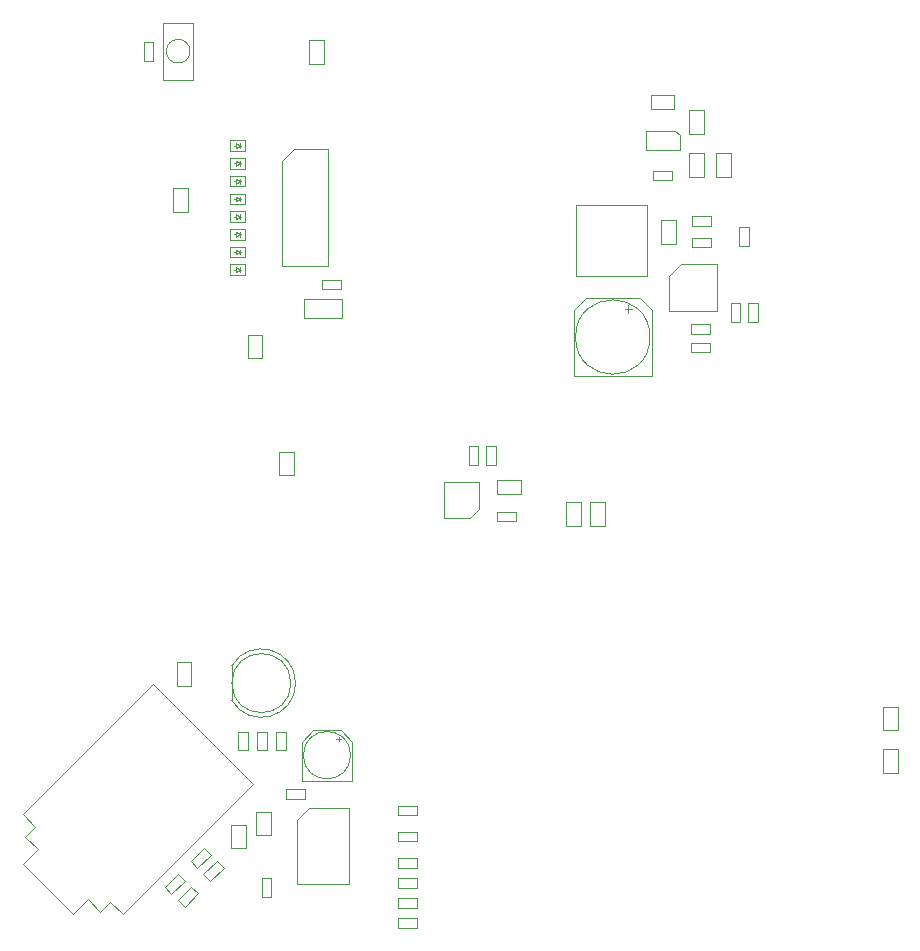
<source format=gbr>
%TF.GenerationSoftware,KiCad,Pcbnew,8.0.9*%
%TF.CreationDate,2025-12-22T17:05:26+01:00*%
%TF.ProjectId,MiniChord,4d696e69-4368-46f7-9264-2e6b69636164,rev?*%
%TF.SameCoordinates,Original*%
%TF.FileFunction,AssemblyDrawing,Top*%
%FSLAX46Y46*%
G04 Gerber Fmt 4.6, Leading zero omitted, Abs format (unit mm)*
G04 Created by KiCad (PCBNEW 8.0.9) date 2025-12-22 17:05:26*
%MOMM*%
%LPD*%
G01*
G04 APERTURE LIST*
%ADD10C,0.100000*%
G04 APERTURE END LIST*
D10*
%TO.C,U4*%
X121300000Y-82275000D02*
X122275000Y-81300000D01*
X121300000Y-91200000D02*
X121300000Y-82275000D01*
X122275000Y-81300000D02*
X125200000Y-81300000D01*
X125200000Y-81300000D02*
X125200000Y-91200000D01*
X125200000Y-91200000D02*
X121300000Y-91200000D01*
%TO.C,C7*%
X124700000Y-92350000D02*
X126300000Y-92350000D01*
X124700000Y-93150000D02*
X124700000Y-92350000D01*
X126300000Y-92350000D02*
X126300000Y-93150000D01*
X126300000Y-93150000D02*
X124700000Y-93150000D01*
%TO.C,D5*%
X116850000Y-88050000D02*
X118150000Y-88050000D01*
X116850000Y-88950000D02*
X116850000Y-88050000D01*
X117400000Y-88300000D02*
X117400000Y-88700000D01*
X117400000Y-88500000D02*
X117250000Y-88500000D01*
X117400000Y-88700000D02*
X117700000Y-88500000D01*
X117700000Y-88300000D02*
X117700000Y-88700000D01*
X117700000Y-88500000D02*
X117400000Y-88300000D01*
X117700000Y-88500000D02*
X117850000Y-88500000D01*
X118150000Y-88050000D02*
X118150000Y-88950000D01*
X118150000Y-88950000D02*
X116850000Y-88950000D01*
%TO.C,R2*%
X159287500Y-94300000D02*
X160112500Y-94300000D01*
X159287500Y-95900000D02*
X159287500Y-94300000D01*
X160112500Y-94300000D02*
X160112500Y-95900000D01*
X160112500Y-95900000D02*
X159287500Y-95900000D01*
%TO.C,R13*%
X121075000Y-106900000D02*
X122325000Y-106900000D01*
X121075000Y-108900000D02*
X121075000Y-106900000D01*
X122325000Y-106900000D02*
X122325000Y-108900000D01*
X122325000Y-108900000D02*
X121075000Y-108900000D01*
%TO.C,C9*%
X119075000Y-137400000D02*
X120325000Y-137400000D01*
X119075000Y-139400000D02*
X119075000Y-137400000D01*
X120325000Y-137400000D02*
X120325000Y-139400000D01*
X120325000Y-139400000D02*
X119075000Y-139400000D01*
%TO.C,C11*%
X121600000Y-135500000D02*
X123200000Y-135500000D01*
X121600000Y-136300000D02*
X121600000Y-135500000D01*
X123200000Y-135500000D02*
X123200000Y-136300000D01*
X123200000Y-136300000D02*
X121600000Y-136300000D01*
%TO.C,R29*%
X131100000Y-144687500D02*
X132700000Y-144687500D01*
X131100000Y-145512500D02*
X131100000Y-144687500D01*
X132700000Y-144687500D02*
X132700000Y-145512500D01*
X132700000Y-145512500D02*
X131100000Y-145512500D01*
%TO.C,R27*%
X131100000Y-141287500D02*
X132700000Y-141287500D01*
X131100000Y-142112500D02*
X131100000Y-141287500D01*
X132700000Y-141287500D02*
X132700000Y-142112500D01*
X132700000Y-142112500D02*
X131100000Y-142112500D01*
%TO.C,D2*%
X117045000Y-125030306D02*
X117045000Y-127969694D01*
X117045000Y-125030306D02*
G75*
G02*
X117044984Y-127969666I2500000J-1469694D01*
G01*
X122045000Y-126500000D02*
G75*
G02*
X117045000Y-126500000I-2500000J0D01*
G01*
X117045000Y-126500000D02*
G75*
G02*
X122045000Y-126500000I2500000J0D01*
G01*
%TO.C,R7*%
X159987500Y-87900000D02*
X160812500Y-87900000D01*
X159987500Y-89500000D02*
X159987500Y-87900000D01*
X160812500Y-87900000D02*
X160812500Y-89500000D01*
X160812500Y-89500000D02*
X159987500Y-89500000D01*
%TO.C,D9*%
X116850000Y-80550000D02*
X118150000Y-80550000D01*
X116850000Y-81450000D02*
X116850000Y-80550000D01*
X117400000Y-80800000D02*
X117400000Y-81200000D01*
X117400000Y-81000000D02*
X117250000Y-81000000D01*
X117400000Y-81200000D02*
X117700000Y-81000000D01*
X117700000Y-80800000D02*
X117700000Y-81200000D01*
X117700000Y-81000000D02*
X117400000Y-80800000D01*
X117700000Y-81000000D02*
X117850000Y-81000000D01*
X118150000Y-80550000D02*
X118150000Y-81450000D01*
X118150000Y-81450000D02*
X116850000Y-81450000D01*
%TO.C,C16*%
X111351472Y-143782843D02*
X112482843Y-142651472D01*
X111917157Y-144348528D02*
X111351472Y-143782843D01*
X112482843Y-142651472D02*
X113048528Y-143217157D01*
X113048528Y-143217157D02*
X111917157Y-144348528D01*
%TO.C,D11*%
X116850000Y-89550000D02*
X118150000Y-89550000D01*
X116850000Y-90450000D02*
X116850000Y-89550000D01*
X117400000Y-89800000D02*
X117400000Y-90200000D01*
X117400000Y-90000000D02*
X117250000Y-90000000D01*
X117400000Y-90200000D02*
X117700000Y-90000000D01*
X117700000Y-89800000D02*
X117700000Y-90200000D01*
X117700000Y-90000000D02*
X117400000Y-89800000D01*
X117700000Y-90000000D02*
X117850000Y-90000000D01*
X118150000Y-89550000D02*
X118150000Y-90450000D01*
X118150000Y-90450000D02*
X116850000Y-90450000D01*
%TO.C,C19*%
X138600000Y-106450000D02*
X139400000Y-106450000D01*
X138600000Y-108050000D02*
X138600000Y-106450000D01*
X139400000Y-106450000D02*
X139400000Y-108050000D01*
X139400000Y-108050000D02*
X138600000Y-108050000D01*
%TO.C,C4*%
X153375000Y-87300000D02*
X154625000Y-87300000D01*
X153375000Y-89300000D02*
X153375000Y-87300000D01*
X154625000Y-87300000D02*
X154625000Y-89300000D01*
X154625000Y-89300000D02*
X153375000Y-89300000D01*
%TO.C,R10*%
X147375000Y-111200000D02*
X148625000Y-111200000D01*
X147375000Y-113200000D02*
X147375000Y-111200000D01*
X148625000Y-111200000D02*
X148625000Y-113200000D01*
X148625000Y-113200000D02*
X147375000Y-113200000D01*
%TO.C,R15*%
X137087500Y-106450000D02*
X137912500Y-106450000D01*
X137087500Y-108050000D02*
X137087500Y-106450000D01*
X137912500Y-106450000D02*
X137912500Y-108050000D01*
X137912500Y-108050000D02*
X137087500Y-108050000D01*
%TO.C,R28*%
X131100000Y-142987500D02*
X132700000Y-142987500D01*
X131100000Y-143812500D02*
X131100000Y-142987500D01*
X132700000Y-142987500D02*
X132700000Y-143812500D01*
X132700000Y-143812500D02*
X131100000Y-143812500D01*
%TO.C,R1*%
X158075000Y-81607500D02*
X159325000Y-81607500D01*
X158075000Y-83607500D02*
X158075000Y-81607500D01*
X159325000Y-81607500D02*
X159325000Y-83607500D01*
X159325000Y-83607500D02*
X158075000Y-83607500D01*
%TO.C,D1*%
X111250000Y-70600000D02*
X111250000Y-75400000D01*
X111250000Y-75400000D02*
X113750000Y-75400000D01*
X113750000Y-70600000D02*
X111250000Y-70600000D01*
X113750000Y-75400000D02*
X113750000Y-70600000D01*
X113500000Y-73000000D02*
G75*
G02*
X111500000Y-73000000I-1000000J0D01*
G01*
X111500000Y-73000000D02*
G75*
G02*
X113500000Y-73000000I1000000J0D01*
G01*
%TO.C,R12*%
X118375000Y-97000000D02*
X119625000Y-97000000D01*
X118375000Y-99000000D02*
X118375000Y-97000000D01*
X119625000Y-97000000D02*
X119625000Y-99000000D01*
X119625000Y-99000000D02*
X118375000Y-99000000D01*
%TO.C,R39*%
X172175000Y-132112500D02*
X173425000Y-132112500D01*
X172175000Y-134112500D02*
X172175000Y-132112500D01*
X173425000Y-132112500D02*
X173425000Y-134112500D01*
X173425000Y-134112500D02*
X172175000Y-134112500D01*
%TO.C,R37*%
X117587500Y-130600000D02*
X118412500Y-130600000D01*
X117587500Y-132200000D02*
X117587500Y-130600000D01*
X118412500Y-130600000D02*
X118412500Y-132200000D01*
X118412500Y-132200000D02*
X117587500Y-132200000D01*
%TO.C,D8*%
X116850000Y-91050000D02*
X118150000Y-91050000D01*
X116850000Y-91950000D02*
X116850000Y-91050000D01*
X117400000Y-91300000D02*
X117400000Y-91700000D01*
X117400000Y-91500000D02*
X117250000Y-91500000D01*
X117400000Y-91700000D02*
X117700000Y-91500000D01*
X117700000Y-91300000D02*
X117700000Y-91700000D01*
X117700000Y-91500000D02*
X117400000Y-91300000D01*
X117700000Y-91500000D02*
X117850000Y-91500000D01*
X118150000Y-91050000D02*
X118150000Y-91950000D01*
X118150000Y-91950000D02*
X116850000Y-91950000D01*
%TO.C,R35*%
X120787500Y-130600000D02*
X121612500Y-130600000D01*
X120787500Y-132200000D02*
X120787500Y-130600000D01*
X121612500Y-130600000D02*
X121612500Y-132200000D01*
X121612500Y-132200000D02*
X120787500Y-132200000D01*
%TO.C,C1*%
X155900000Y-97700000D02*
X157500000Y-97700000D01*
X155900000Y-98500000D02*
X155900000Y-97700000D01*
X157500000Y-97700000D02*
X157500000Y-98500000D01*
X157500000Y-98500000D02*
X155900000Y-98500000D01*
%TO.C,C18*%
X152500000Y-76682500D02*
X154500000Y-76682500D01*
X152500000Y-77932500D02*
X152500000Y-76682500D01*
X154500000Y-76682500D02*
X154500000Y-77932500D01*
X154500000Y-77932500D02*
X152500000Y-77932500D01*
%TO.C,C5*%
X146000000Y-94900000D02*
X146000000Y-100500000D01*
X147000000Y-93900000D02*
X146000000Y-94900000D01*
X150630000Y-94495162D02*
X150630000Y-95125162D01*
X150945000Y-94810162D02*
X150315000Y-94810162D01*
X151600000Y-93900000D02*
X147000000Y-93900000D01*
X151600000Y-93900000D02*
X152600000Y-94900000D01*
X152600000Y-94900000D02*
X152600000Y-100500000D01*
X152600000Y-100500000D02*
X146000000Y-100500000D01*
X152450000Y-97200000D02*
G75*
G02*
X146150000Y-97200000I-3150000J0D01*
G01*
X146150000Y-97200000D02*
G75*
G02*
X152450000Y-97200000I3150000J0D01*
G01*
%TO.C,R14*%
X139500000Y-109275000D02*
X141500000Y-109275000D01*
X139500000Y-110525000D02*
X139500000Y-109275000D01*
X141500000Y-109275000D02*
X141500000Y-110525000D01*
X141500000Y-110525000D02*
X139500000Y-110525000D01*
%TO.C,C13*%
X131100000Y-139100000D02*
X132700000Y-139100000D01*
X131100000Y-139900000D02*
X131100000Y-139100000D01*
X132700000Y-139100000D02*
X132700000Y-139900000D01*
X132700000Y-139900000D02*
X131100000Y-139900000D01*
%TO.C,R32*%
X114642633Y-142674004D02*
X115774004Y-141542633D01*
X115225996Y-143257367D02*
X114642633Y-142674004D01*
X115774004Y-141542633D02*
X116357367Y-142125996D01*
X116357367Y-142125996D02*
X115225996Y-143257367D01*
%TO.C,D6*%
X116850000Y-82050000D02*
X118150000Y-82050000D01*
X116850000Y-82950000D02*
X116850000Y-82050000D01*
X117400000Y-82300000D02*
X117400000Y-82700000D01*
X117400000Y-82500000D02*
X117250000Y-82500000D01*
X117400000Y-82700000D02*
X117700000Y-82500000D01*
X117700000Y-82300000D02*
X117700000Y-82700000D01*
X117700000Y-82500000D02*
X117400000Y-82300000D01*
X117700000Y-82500000D02*
X117850000Y-82500000D01*
X118150000Y-82050000D02*
X118150000Y-82950000D01*
X118150000Y-82950000D02*
X116850000Y-82950000D01*
%TO.C,U3*%
X152100000Y-79726250D02*
X154600000Y-79726250D01*
X152100000Y-81326250D02*
X152100000Y-79726250D01*
X154600000Y-79726250D02*
X155000000Y-80126250D01*
X155000000Y-80126250D02*
X155000000Y-81326250D01*
X155000000Y-81326250D02*
X152100000Y-81326250D01*
%TO.C,R16*%
X112375000Y-124750000D02*
X113625000Y-124750000D01*
X112375000Y-126750000D02*
X112375000Y-124750000D01*
X113625000Y-124750000D02*
X113625000Y-126750000D01*
X113625000Y-126750000D02*
X112375000Y-126750000D01*
%TO.C,C3*%
X155900000Y-96100000D02*
X157500000Y-96100000D01*
X155900000Y-96900000D02*
X155900000Y-96100000D01*
X157500000Y-96100000D02*
X157500000Y-96900000D01*
X157500000Y-96900000D02*
X155900000Y-96900000D01*
%TO.C,C6*%
X123150000Y-93950000D02*
X126350000Y-93950000D01*
X123150000Y-95550000D02*
X123150000Y-93950000D01*
X126350000Y-93950000D02*
X126350000Y-95550000D01*
X126350000Y-95550000D02*
X123150000Y-95550000D01*
%TO.C,R34*%
X109587500Y-72200000D02*
X110412500Y-72200000D01*
X109587500Y-73800000D02*
X109587500Y-72200000D01*
X110412500Y-72200000D02*
X110412500Y-73800000D01*
X110412500Y-73800000D02*
X109587500Y-73800000D01*
%TO.C,R8*%
X155775000Y-81607500D02*
X157025000Y-81607500D01*
X155775000Y-83607500D02*
X155775000Y-81607500D01*
X157025000Y-81607500D02*
X157025000Y-83607500D01*
X157025000Y-83607500D02*
X155775000Y-83607500D01*
%TO.C,R4*%
X155775000Y-78007500D02*
X157025000Y-78007500D01*
X155775000Y-80007500D02*
X155775000Y-78007500D01*
X157025000Y-78007500D02*
X157025000Y-80007500D01*
X157025000Y-80007500D02*
X155775000Y-80007500D01*
%TO.C,U2*%
X154100000Y-92000000D02*
X155100000Y-91000000D01*
X154100000Y-95000000D02*
X154100000Y-92000000D01*
X155100000Y-91000000D02*
X158100000Y-91000000D01*
X158100000Y-91000000D02*
X158100000Y-95000000D01*
X158100000Y-95000000D02*
X154100000Y-95000000D01*
%TO.C,L1*%
X146200000Y-86000000D02*
X146200000Y-92000000D01*
X146200000Y-92000000D02*
X152200000Y-92000000D01*
X152200000Y-86000000D02*
X146200000Y-86000000D01*
X152200000Y-92000000D02*
X152200000Y-86000000D01*
%TO.C,R31*%
X112459270Y-144857367D02*
X113590641Y-143725996D01*
X113042633Y-145440730D02*
X112459270Y-144857367D01*
X113590641Y-143725996D02*
X114174004Y-144309359D01*
X114174004Y-144309359D02*
X113042633Y-145440730D01*
%TO.C,D7*%
X116850000Y-86550000D02*
X118150000Y-86550000D01*
X116850000Y-87450000D02*
X116850000Y-86550000D01*
X117400000Y-86800000D02*
X117400000Y-87200000D01*
X117400000Y-87000000D02*
X117250000Y-87000000D01*
X117400000Y-87200000D02*
X117700000Y-87000000D01*
X117700000Y-86800000D02*
X117700000Y-87200000D01*
X117700000Y-87000000D02*
X117400000Y-86800000D01*
X117700000Y-87000000D02*
X117850000Y-87000000D01*
X118150000Y-86550000D02*
X118150000Y-87450000D01*
X118150000Y-87450000D02*
X116850000Y-87450000D01*
%TO.C,C2*%
X152700000Y-83107500D02*
X154300000Y-83107500D01*
X152700000Y-83907500D02*
X152700000Y-83107500D01*
X154300000Y-83107500D02*
X154300000Y-83907500D01*
X154300000Y-83907500D02*
X152700000Y-83907500D01*
%TO.C,R9*%
X145375000Y-111200000D02*
X146625000Y-111200000D01*
X145375000Y-113200000D02*
X145375000Y-111200000D01*
X146625000Y-111200000D02*
X146625000Y-113200000D01*
X146625000Y-113200000D02*
X145375000Y-113200000D01*
%TO.C,R6*%
X156000000Y-86987500D02*
X157600000Y-86987500D01*
X156000000Y-87812500D02*
X156000000Y-86987500D01*
X157600000Y-86987500D02*
X157600000Y-87812500D01*
X157600000Y-87812500D02*
X156000000Y-87812500D01*
%TO.C,R38*%
X172175000Y-128487500D02*
X173425000Y-128487500D01*
X172175000Y-130487500D02*
X172175000Y-128487500D01*
X173425000Y-128487500D02*
X173425000Y-130487500D01*
X173425000Y-130487500D02*
X172175000Y-130487500D01*
%TO.C,R30*%
X131100000Y-146387500D02*
X132700000Y-146387500D01*
X131100000Y-147212500D02*
X131100000Y-146387500D01*
X132700000Y-146387500D02*
X132700000Y-147212500D01*
X132700000Y-147212500D02*
X131100000Y-147212500D01*
%TO.C,J2*%
X99323907Y-137590812D02*
X110354773Y-126559946D01*
X99323907Y-141833452D02*
X103566548Y-146076093D01*
X99536039Y-139500000D02*
X100384567Y-138651472D01*
X99536039Y-139500000D02*
X100596699Y-140560660D01*
X100384567Y-138651472D02*
X99323907Y-137590812D01*
X100596699Y-140560660D02*
X99323907Y-141833452D01*
X104839340Y-144803301D02*
X103566548Y-146076093D01*
X105900000Y-145863961D02*
X104839340Y-144803301D01*
X105900000Y-145863961D02*
X106748528Y-145015433D01*
X106748528Y-145015433D02*
X107809188Y-146076093D01*
X107809188Y-146076093D02*
X118840054Y-135045227D01*
X110354773Y-126559946D02*
X118840054Y-135045227D01*
%TO.C,R40*%
X123575000Y-72075000D02*
X124825000Y-72075000D01*
X123575000Y-74075000D02*
X123575000Y-72075000D01*
X124825000Y-72075000D02*
X124825000Y-74075000D01*
X124825000Y-74075000D02*
X123575000Y-74075000D01*
%TO.C,U5*%
X122600000Y-138050000D02*
X123600000Y-137050000D01*
X122600000Y-143550000D02*
X122600000Y-138050000D01*
X123600000Y-137050000D02*
X127000000Y-137050000D01*
X127000000Y-137050000D02*
X127000000Y-143550000D01*
X127000000Y-143550000D02*
X122600000Y-143550000D01*
%TO.C,C8*%
X139500000Y-112000000D02*
X141100000Y-112000000D01*
X139500000Y-112800000D02*
X139500000Y-112000000D01*
X141100000Y-112000000D02*
X141100000Y-112800000D01*
X141100000Y-112800000D02*
X139500000Y-112800000D01*
%TO.C,C14*%
X119600000Y-143000000D02*
X120400000Y-143000000D01*
X119600000Y-144600000D02*
X119600000Y-143000000D01*
X120400000Y-143000000D02*
X120400000Y-144600000D01*
X120400000Y-144600000D02*
X119600000Y-144600000D01*
%TO.C,R5*%
X156000000Y-88787500D02*
X157600000Y-88787500D01*
X156000000Y-89612500D02*
X156000000Y-88787500D01*
X157600000Y-88787500D02*
X157600000Y-89612500D01*
X157600000Y-89612500D02*
X156000000Y-89612500D01*
%TO.C,C15*%
X122950000Y-131450000D02*
X122950000Y-134750000D01*
X123950000Y-130450000D02*
X122950000Y-131450000D01*
X126100000Y-131025227D02*
X126100000Y-131425227D01*
X126250000Y-130450000D02*
X123950000Y-130450000D01*
X126250000Y-130450000D02*
X127250000Y-131450000D01*
X126300000Y-131225227D02*
X125900000Y-131225227D01*
X127250000Y-131450000D02*
X127250000Y-134750000D01*
X127250000Y-134750000D02*
X122950000Y-134750000D01*
X127100000Y-132600000D02*
G75*
G02*
X123100000Y-132600000I-2000000J0D01*
G01*
X123100000Y-132600000D02*
G75*
G02*
X127100000Y-132600000I2000000J0D01*
G01*
%TO.C,R36*%
X119187500Y-130600000D02*
X120012500Y-130600000D01*
X119187500Y-132200000D02*
X119187500Y-130600000D01*
X120012500Y-130600000D02*
X120012500Y-132200000D01*
X120012500Y-132200000D02*
X119187500Y-132200000D01*
%TO.C,C10*%
X116975000Y-138500000D02*
X118225000Y-138500000D01*
X116975000Y-140500000D02*
X116975000Y-138500000D01*
X118225000Y-138500000D02*
X118225000Y-140500000D01*
X118225000Y-140500000D02*
X116975000Y-140500000D01*
%TO.C,R11*%
X112075000Y-84600000D02*
X113325000Y-84600000D01*
X112075000Y-86600000D02*
X112075000Y-84600000D01*
X113325000Y-84600000D02*
X113325000Y-86600000D01*
X113325000Y-86600000D02*
X112075000Y-86600000D01*
%TO.C,D10*%
X116850000Y-85050000D02*
X118150000Y-85050000D01*
X116850000Y-85950000D02*
X116850000Y-85050000D01*
X117400000Y-85300000D02*
X117400000Y-85700000D01*
X117400000Y-85500000D02*
X117250000Y-85500000D01*
X117400000Y-85700000D02*
X117700000Y-85500000D01*
X117700000Y-85300000D02*
X117700000Y-85700000D01*
X117700000Y-85500000D02*
X117400000Y-85300000D01*
X117700000Y-85500000D02*
X117850000Y-85500000D01*
X118150000Y-85050000D02*
X118150000Y-85950000D01*
X118150000Y-85950000D02*
X116850000Y-85950000D01*
%TO.C,C17*%
X113551472Y-141582843D02*
X114682843Y-140451472D01*
X114117157Y-142148528D02*
X113551472Y-141582843D01*
X114682843Y-140451472D02*
X115248528Y-141017157D01*
X115248528Y-141017157D02*
X114117157Y-142148528D01*
%TO.C,D4*%
X116850000Y-83550000D02*
X118150000Y-83550000D01*
X116850000Y-84450000D02*
X116850000Y-83550000D01*
X117400000Y-83800000D02*
X117400000Y-84200000D01*
X117400000Y-84000000D02*
X117250000Y-84000000D01*
X117400000Y-84200000D02*
X117700000Y-84000000D01*
X117700000Y-83800000D02*
X117700000Y-84200000D01*
X117700000Y-84000000D02*
X117400000Y-83800000D01*
X117700000Y-84000000D02*
X117850000Y-84000000D01*
X118150000Y-83550000D02*
X118150000Y-84450000D01*
X118150000Y-84450000D02*
X116850000Y-84450000D01*
%TO.C,U6*%
X135000000Y-109500000D02*
X138000000Y-109500000D01*
X135000000Y-112500000D02*
X135000000Y-109500000D01*
X137250000Y-112500000D02*
X135000000Y-112500000D01*
X138000000Y-109500000D02*
X138000000Y-111750000D01*
X138000000Y-111750000D02*
X137250000Y-112500000D01*
%TO.C,R3*%
X160787500Y-94300000D02*
X161612500Y-94300000D01*
X160787500Y-95900000D02*
X160787500Y-94300000D01*
X161612500Y-94300000D02*
X161612500Y-95900000D01*
X161612500Y-95900000D02*
X160787500Y-95900000D01*
%TO.C,C12*%
X131100000Y-136900000D02*
X132700000Y-136900000D01*
X131100000Y-137700000D02*
X131100000Y-136900000D01*
X132700000Y-136900000D02*
X132700000Y-137700000D01*
X132700000Y-137700000D02*
X131100000Y-137700000D01*
%TD*%
M02*

</source>
